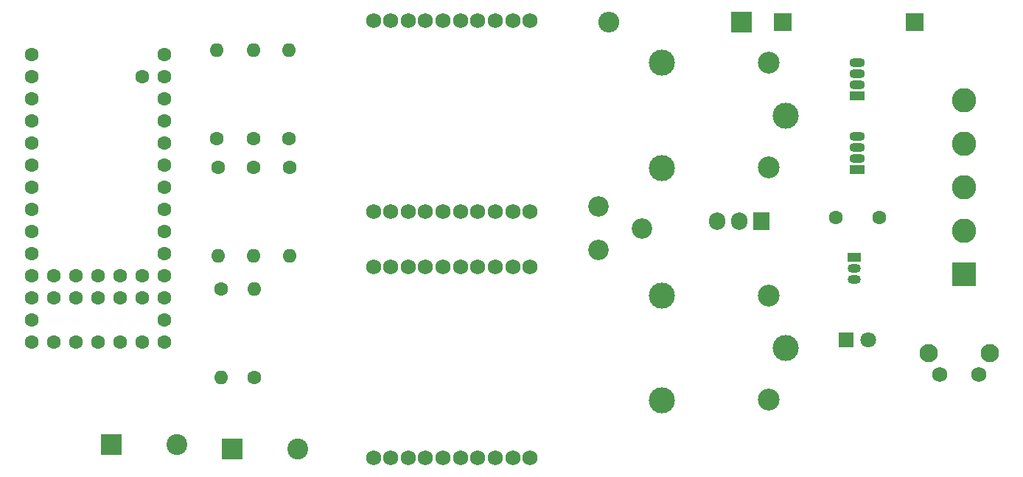
<source format=gbr>
G04 #@! TF.GenerationSoftware,KiCad,Pcbnew,5.99.0-unknown-50e22de3ba~95~ubuntu20.04.1*
G04 #@! TF.CreationDate,2021-01-21T20:42:25+09:00*
G04 #@! TF.ProjectId,Hyperwiper 2020 production prototype,48797065-7277-4697-9065-722032303230,rev?*
G04 #@! TF.SameCoordinates,Original*
G04 #@! TF.FileFunction,Soldermask,Top*
G04 #@! TF.FilePolarity,Negative*
%FSLAX46Y46*%
G04 Gerber Fmt 4.6, Leading zero omitted, Abs format (unit mm)*
G04 Created by KiCad (PCBNEW 5.99.0-unknown-50e22de3ba~95~ubuntu20.04.1) date 2021-01-21 20:42:25*
%MOMM*%
%LPD*%
G01*
G04 APERTURE LIST*
%ADD10R,1.800000X1.070000*%
%ADD11O,1.800000X1.070000*%
%ADD12C,1.600000*%
%ADD13O,1.600000X1.600000*%
%ADD14R,1.500000X1.050000*%
%ADD15O,1.500000X1.050000*%
%ADD16R,2.800000X2.800000*%
%ADD17C,2.800000*%
%ADD18R,2.000000X2.000000*%
%ADD19C,3.000000*%
%ADD20C,2.500000*%
%ADD21R,2.400000X2.400000*%
%ADD22C,2.400000*%
%ADD23C,1.727200*%
%ADD24O,2.400000X2.400000*%
%ADD25R,1.905000X2.000000*%
%ADD26O,1.905000X2.000000*%
%ADD27C,2.100000*%
%ADD28C,1.750000*%
%ADD29R,1.800000X1.800000*%
%ADD30C,1.800000*%
%ADD31C,2.340000*%
G04 APERTURE END LIST*
D10*
G04 #@! TO.C,D2*
X182000000Y-78250000D03*
D11*
X182000000Y-76980000D03*
X182000000Y-75710000D03*
X182000000Y-74440000D03*
G04 #@! TD*
D12*
G04 #@! TO.C,R5*
X112635000Y-77978000D03*
D13*
X112635000Y-88138000D03*
G04 #@! TD*
D12*
G04 #@! TO.C,R3*
X108966000Y-91948000D03*
D13*
X108966000Y-102108000D03*
G04 #@! TD*
D12*
G04 #@! TO.C,R4*
X116840000Y-77978000D03*
D13*
X116840000Y-88138000D03*
G04 #@! TD*
D14*
G04 #@! TO.C,Q1*
X181640000Y-88250000D03*
D15*
X181640000Y-89520000D03*
X181640000Y-90790000D03*
G04 #@! TD*
D16*
G04 #@! TO.C,J1*
X194250000Y-90250000D03*
D17*
X194250000Y-85250000D03*
X194250000Y-80250000D03*
X194250000Y-75250000D03*
X194250000Y-70250000D03*
G04 #@! TD*
D18*
G04 #@! TO.C,SW2*
X188560000Y-61250000D03*
X173440000Y-61250000D03*
G04 #@! TD*
D19*
G04 #@! TO.C,K2*
X173750000Y-72000000D03*
D20*
X171800000Y-65950000D03*
D19*
X159600000Y-65950000D03*
X159550000Y-78000000D03*
D20*
X171800000Y-77950000D03*
G04 #@! TD*
D12*
G04 #@! TO.C,C1*
X179500000Y-83750000D03*
X184500000Y-83750000D03*
G04 #@! TD*
D19*
G04 #@! TO.C,K1*
X173750000Y-98700000D03*
D20*
X171800000Y-92650000D03*
D19*
X159600000Y-92650000D03*
X159550000Y-104700000D03*
D20*
X171800000Y-104650000D03*
G04 #@! TD*
D21*
G04 #@! TO.C,C2*
X96325000Y-109750000D03*
D22*
X103825000Y-109750000D03*
G04 #@! TD*
D12*
G04 #@! TO.C,R7*
X112663000Y-74676000D03*
D13*
X112663000Y-64516000D03*
G04 #@! TD*
D12*
G04 #@! TO.C,R9*
X108585000Y-77978000D03*
D13*
X108585000Y-88138000D03*
G04 #@! TD*
D12*
G04 #@! TO.C,R8*
X116713000Y-74676000D03*
D13*
X116713000Y-64516000D03*
G04 #@! TD*
D12*
G04 #@! TO.C,U1*
X87130000Y-64990000D03*
X87130000Y-67530000D03*
X87130000Y-70070000D03*
X87130000Y-72610000D03*
X87130000Y-75150000D03*
X87130000Y-77690000D03*
X87130000Y-80230000D03*
X87130000Y-82770000D03*
X87130000Y-85310000D03*
X87130000Y-87850000D03*
X87130000Y-90390000D03*
X87130000Y-92930000D03*
X87130000Y-95470000D03*
X87130000Y-98010000D03*
X89670000Y-98010000D03*
X92210000Y-98010000D03*
X94750000Y-98010000D03*
X97290000Y-98010000D03*
X99830000Y-98010000D03*
X102370000Y-98010000D03*
X102370000Y-95470000D03*
X102370000Y-92930000D03*
X102370000Y-90390000D03*
X102370000Y-87850000D03*
X102370000Y-85310000D03*
X102370000Y-82770000D03*
X102370000Y-80230000D03*
X102370000Y-77690000D03*
X102370000Y-75150000D03*
X102370000Y-72610000D03*
X102370000Y-70070000D03*
X102370000Y-67530000D03*
X102370000Y-64990000D03*
X99830000Y-67530000D03*
X99830000Y-92930000D03*
X99830000Y-90390000D03*
X97290000Y-92930000D03*
X97290000Y-90390000D03*
X94750000Y-92930000D03*
X94750000Y-90390000D03*
X92210000Y-92930000D03*
X92210000Y-90390000D03*
X89670000Y-92930000D03*
X89670000Y-90390000D03*
G04 #@! TD*
D23*
G04 #@! TO.C,JP1*
X144424960Y-61076800D03*
X142423440Y-61076800D03*
X140424460Y-61076800D03*
X138422940Y-61076800D03*
X136423960Y-61076800D03*
X134424980Y-61076800D03*
X132423460Y-61076800D03*
X130424480Y-61076800D03*
X128422960Y-61076800D03*
X126423980Y-61076800D03*
X126423980Y-83073200D03*
X128422960Y-83073200D03*
X130424480Y-83073200D03*
X132423460Y-83073200D03*
X134424980Y-83073200D03*
X136423960Y-83073200D03*
X138422940Y-83073200D03*
X140424460Y-83073200D03*
X142423440Y-83073200D03*
X144424960Y-83073200D03*
G04 #@! TD*
D21*
G04 #@! TO.C,D4*
X168700000Y-61250000D03*
D24*
X153460000Y-61250000D03*
G04 #@! TD*
D12*
G04 #@! TO.C,R6*
X108458000Y-74676000D03*
D13*
X108458000Y-64516000D03*
G04 #@! TD*
D25*
G04 #@! TO.C,U3*
X171025000Y-84150000D03*
D26*
X168485000Y-84150000D03*
X165945000Y-84150000D03*
G04 #@! TD*
D21*
G04 #@! TO.C,C3*
X110225000Y-110300000D03*
D22*
X117725000Y-110300000D03*
G04 #@! TD*
D12*
G04 #@! TO.C,R1*
X112776000Y-102108000D03*
D13*
X112776000Y-91948000D03*
G04 #@! TD*
D27*
G04 #@! TO.C,SW1*
X197250000Y-99260000D03*
X190240000Y-99260000D03*
D28*
X196000000Y-101750000D03*
X191500000Y-101750000D03*
G04 #@! TD*
D29*
G04 #@! TO.C,D3*
X180725000Y-97750000D03*
D30*
X183265000Y-97750000D03*
G04 #@! TD*
D10*
G04 #@! TO.C,D1*
X182000000Y-69750000D03*
D11*
X182000000Y-68480000D03*
X182000000Y-67210000D03*
X182000000Y-65940000D03*
G04 #@! TD*
D23*
G04 #@! TO.C,JP2*
X144424960Y-89351800D03*
X142423440Y-89351800D03*
X140424460Y-89351800D03*
X138422940Y-89351800D03*
X136423960Y-89351800D03*
X134424980Y-89351800D03*
X132423460Y-89351800D03*
X130424480Y-89351800D03*
X128422960Y-89351800D03*
X126423980Y-89351800D03*
X126423980Y-111348200D03*
X128422960Y-111348200D03*
X130424480Y-111348200D03*
X132423460Y-111348200D03*
X134424980Y-111348200D03*
X136423960Y-111348200D03*
X138422940Y-111348200D03*
X140424460Y-111348200D03*
X142423440Y-111348200D03*
X144424960Y-111348200D03*
G04 #@! TD*
D31*
G04 #@! TO.C,RV1*
X152268000Y-82460000D03*
X157268000Y-84960000D03*
X152268000Y-87460000D03*
G04 #@! TD*
M02*

</source>
